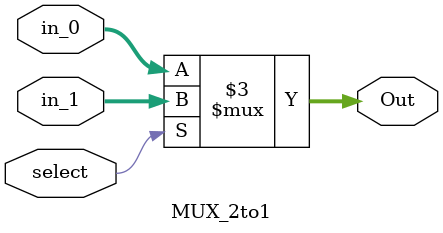
<source format=v>
`timescale 1ns / 1ps
module MUX_2to1(
    input [param-1:0] in_0,
    input [param-1:0] in_1,
	 input select,
    output reg [param-1:0] Out
    );
	 
	parameter param = 32;
	
	always@(*)begin
		if(select)
			Out = in_1;
		else
			Out = in_0;
	end

endmodule

</source>
